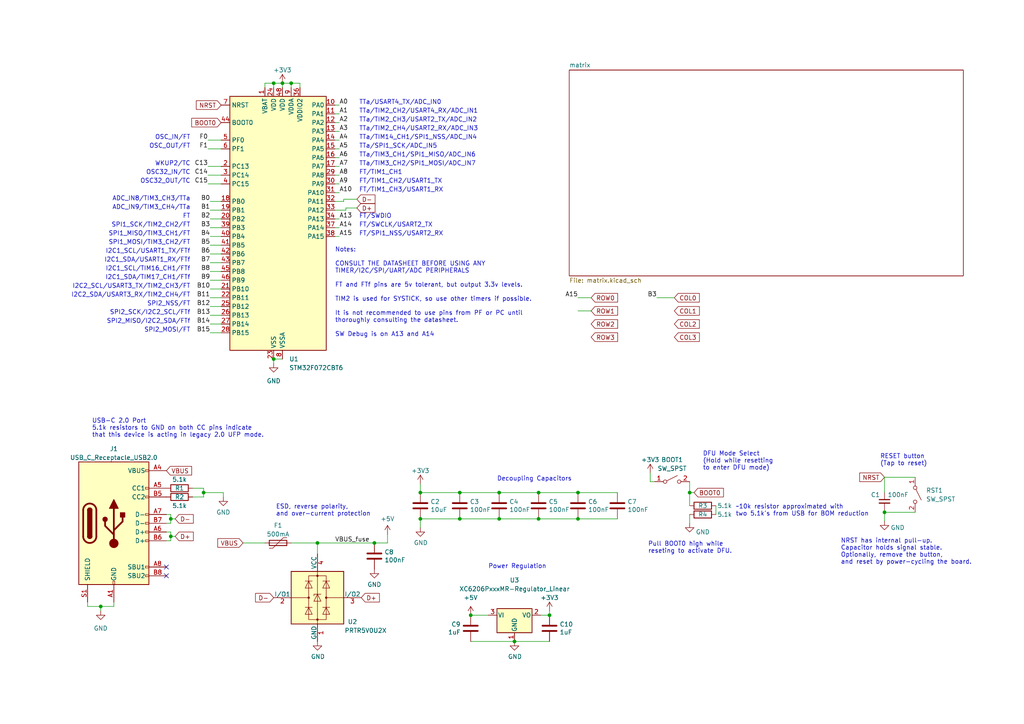
<source format=kicad_sch>
(kicad_sch (version 20250114) (generator "eeschema") (generator_version "9.0")
  (paper "A4")
  (lib_symbols
    (symbol "+5V_1" (power) (pin_names (offset 0))
      (property "Value" "+5V_1" (at 0 3.556 0))
      (symbol "+5V_1_0_1"
        (polyline (pts (xy -0.762 1.27) (xy 0 2.54)))
        (polyline (pts (xy 0 2.54) (xy 0.762 1.27)))
        (polyline (pts (xy 0 0) (xy 0 2.54)))
      )
      (symbol "+5V_1_1_1"
        (pin power_in line (at 0 0 90) (length 0) (hide yes) (name "+5V") (number "1"))
      )
    )
    (symbol "Connector:USB_C_Receptacle_USB2.0" (pin_names (offset 1.016))
      (property "Reference" "J" (at -10.16 19.05 0))
      (property "Value" "USB_C_Receptacle_USB2.0" (at 19.05 19.05 0))
      (symbol "USB_C_Receptacle_USB2.0_0_0"
        (rectangle (start -0.254 -17.78) (end 0.254 -16.764))
        (rectangle (start 10.16 15.494) (end 9.144 14.986))
        (rectangle (start 10.16 10.414) (end 9.144 9.906))
        (rectangle (start 10.16 7.874) (end 9.144 7.366))
        (rectangle (start 10.16 2.794) (end 9.144 2.286))
        (rectangle (start 10.16 0.254) (end 9.144 -0.254))
        (rectangle (start 10.16 -2.286) (end 9.144 -2.794))
        (rectangle (start 10.16 -4.826) (end 9.144 -5.334))
        (rectangle (start 10.16 -12.446) (end 9.144 -12.954))
        (rectangle (start 10.16 -14.986) (end 9.144 -15.494))
      )
      (symbol "USB_C_Receptacle_USB2.0_0_1"
        (rectangle (start -10.16 17.78) (end 10.16 -17.78) (stroke (width 0.254)) (fill (type background)))
        (polyline (pts (xy -8.89 -3.81) (xy -8.89 3.81)) (stroke (width 0.508)))
        (rectangle (start -7.62 -3.81) (end -6.35 3.81) (stroke (width 0.254)) (fill (type outline)))
        (arc (start -7.62 3.81) (mid -6.985 4.4423) (end -6.35 3.81) (stroke (width 0.254)))
        (arc (start -7.62 3.81) (mid -6.985 4.4423) (end -6.35 3.81) (stroke (width 0.254)) (fill (type outline)))
        (arc (start -8.89 3.81) (mid -6.985 5.7067) (end -5.08 3.81) (stroke (width 0.508)))
        (arc (start -5.08 -3.81) (mid -6.985 -5.7067) (end -8.89 -3.81) (stroke (width 0.508)))
        (arc (start -6.35 -3.81) (mid -6.985 -4.4423) (end -7.62 -3.81) (stroke (width 0.254)))
        (arc (start -6.35 -3.81) (mid -6.985 -4.4423) (end -7.62 -3.81) (stroke (width 0.254)) (fill (type outline)))
        (polyline (pts (xy -5.08 3.81) (xy -5.08 -3.81)) (stroke (width 0.508)))
        (circle (center -2.54 1.143) (radius 0.635) (stroke (width 0.254)) (fill (type outline)))
        (polyline (pts (xy -1.27 4.318) (xy 0 6.858) (xy 1.27 4.318) (xy -1.27 4.318)) (stroke (width 0.254)) (fill (type outline)))
        (polyline (pts (xy 0 -2.032) (xy 2.54 0.508) (xy 2.54 1.778)) (stroke (width 0.508)))
        (polyline (pts (xy 0 -3.302) (xy -2.54 -0.762) (xy -2.54 0.508)) (stroke (width 0.508)))
        (polyline (pts (xy 0 -5.842) (xy 0 4.318)) (stroke (width 0.508)))
        (circle (center 0 -5.842) (radius 1.27) (fill (type outline)))
        (rectangle (start 1.905 1.778) (end 3.175 3.048) (stroke (width 0.254)) (fill (type outline)))
      )
      (symbol "USB_C_Receptacle_USB2.0_1_1"
        (pin passive line (at -7.62 -22.86 90) (length 5.08) (name "SHIELD") (number "S1"))
        (pin passive line (at 0 -22.86 90) (length 5.08) (name "GND") (number "A1"))
        (pin passive line (at 0 -22.86 90) (length 5.08) (hide yes) (name "GND") (number "A12"))
        (pin passive line (at 0 -22.86 90) (length 5.08) (hide yes) (name "GND") (number "B1"))
        (pin passive line (at 0 -22.86 90) (length 5.08) (hide yes) (name "GND") (number "B12"))
        (pin passive line (at 15.24 15.24 180) (length 5.08) (name "VBUS") (number "A4"))
        (pin passive line (at 15.24 15.24 180) (length 5.08) (hide yes) (name "VBUS") (number "A9"))
        (pin passive line (at 15.24 15.24 180) (length 5.08) (hide yes) (name "VBUS") (number "B4"))
        (pin passive line (at 15.24 15.24 180) (length 5.08) (hide yes) (name "VBUS") (number "B9"))
        (pin bidirectional line (at 15.24 10.16 180) (length 5.08) (name "CC1") (number "A5"))
        (pin bidirectional line (at 15.24 7.62 180) (length 5.08) (name "CC2") (number "B5"))
        (pin bidirectional line (at 15.24 2.54 180) (length 5.08) (name "D-") (number "A7"))
        (pin bidirectional line (at 15.24 0 180) (length 5.08) (name "D-") (number "B7"))
        (pin bidirectional line (at 15.24 -2.54 180) (length 5.08) (name "D+") (number "A6"))
        (pin bidirectional line (at 15.24 -5.08 180) (length 5.08) (name "D+") (number "B6"))
        (pin bidirectional line (at 15.24 -12.7 180) (length 5.08) (name "SBU1") (number "A8"))
        (pin bidirectional line (at 15.24 -15.24 180) (length 5.08) (name "SBU2") (number "B8"))
      )
    )
    (symbol "Device:C" (pin_numbers (hide yes)) (pin_names (offset 0.254))
      (property "Reference" "C" (at 0.635 2.54 0))
      (property "Value" "C" (at 0.635 -2.54 0))
      (symbol "C_0_1"
        (polyline (pts (xy -2.032 0.762) (xy 2.032 0.762)) (stroke (width 0.508)))
        (polyline (pts (xy -2.032 -0.762) (xy 2.032 -0.762)) (stroke (width 0.508)))
      )
      (symbol "C_1_1"
        (pin passive line (at 0 3.81 270) (length 2.794) (name "~") (number "1"))
        (pin passive line (at 0 -3.81 90) (length 2.794) (name "~") (number "2"))
      )
    )
    (symbol "Device:C_Small" (pin_numbers (hide yes)) (pin_names (offset 0.254) (hide yes))
      (property "Reference" "C" (at 0.254 1.778 0))
      (property "Value" "C_Small" (at 0.254 -2.032 0))
      (symbol "C_Small_0_1"
        (polyline (pts (xy -1.524 0.508) (xy 1.524 0.508)) (stroke (width 0.3048)))
        (polyline (pts (xy -1.524 -0.508) (xy 1.524 -0.508)) (stroke (width 0.3302)))
      )
      (symbol "C_Small_1_1"
        (pin passive line (at 0 2.54 270) (length 2.032) (name "~") (number "1"))
        (pin passive line (at 0 -2.54 90) (length 2.032) (name "~") (number "2"))
      )
    )
    (symbol "Device:Polyfuse" (pin_numbers (hide yes)) (pin_names (offset 0))
      (property "Reference" "F" (at -2.54 0 90))
      (property "Value" "Polyfuse" (at 2.54 0 90))
      (symbol "Polyfuse_0_1"
        (polyline (pts (xy -1.524 2.54) (xy -1.524 1.524) (xy 1.524 -1.524) (xy 1.524 -2.54)))
        (rectangle (start -0.762 2.54) (end 0.762 -2.54) (stroke (width 0.254)))
        (polyline (pts (xy 0 2.54) (xy 0 -2.54)))
      )
      (symbol "Polyfuse_1_1"
        (pin passive line (at 0 3.81 270) (length 1.27) (name "~") (number "1"))
        (pin passive line (at 0 -3.81 90) (length 1.27) (name "~") (number "2"))
      )
    )
    (symbol "Device:R" (pin_numbers (hide yes)) (pin_names (offset 0))
      (property "Reference" "R" (at 2.032 0 90))
      (property "Value" "R" (at 0 0 90))
      (symbol "R_0_1"
        (rectangle (start -1.016 -2.54) (end 1.016 2.54) (stroke (width 0.254)))
      )
      (symbol "R_1_1"
        (pin passive line (at 0 3.81 270) (length 1.27) (name "~") (number "1"))
        (pin passive line (at 0 -3.81 90) (length 1.27) (name "~") (number "2"))
      )
    )
    (symbol "MCU_ST_STM32F0:STM32F072CBTx"
      (property "Reference" "U" (at -12.7 39.37 0))
      (property "Value" "STM32F072CBTx" (at 10.16 39.37 0))
      (symbol "STM32F072CBTx_0_1"
        (rectangle (start -12.7 -35.56) (end 15.24 38.1) (stroke (width 0.254)) (fill (type background)))
      )
      (symbol "STM32F072CBTx_1_1"
        (pin input line (at -15.24 35.56 0) (length 2.54) (name "NRST") (number "7"))
        (pin input line (at -15.24 30.48 0) (length 2.54) (name "BOOT0") (number "44"))
        (pin bidirectional line (at -15.24 25.4 0) (length 2.54) (name "PF0") (number "5"))
        (pin bidirectional line (at -15.24 22.86 0) (length 2.54) (name "PF1") (number "6"))
        (pin bidirectional line (at -15.24 17.78 0) (length 2.54) (name "PC13") (number "2"))
        (pin bidirectional line (at -15.24 15.24 0) (length 2.54) (name "PC14") (number "3"))
        (pin bidirectional line (at -15.24 12.7 0) (length 2.54) (name "PC15") (number "4"))
        (pin bidirectional line (at -15.24 7.62 0) (length 2.54) (name "PB0") (number "18"))
        (pin bidirectional line (at -15.24 5.08 0) (length 2.54) (name "PB1") (number "19"))
        (pin bidirectional line (at -15.24 2.54 0) (length 2.54) (name "PB2") (number "20"))
        (pin bidirectional line (at -15.24 0 0) (length 2.54) (name "PB3") (number "39"))
        (pin bidirectional line (at -15.24 -2.54 0) (length 2.54) (name "PB4") (number "40"))
        (pin bidirectional line (at -15.24 -5.08 0) (length 2.54) (name "PB5") (number "41"))
        (pin bidirectional line (at -15.24 -7.62 0) (length 2.54) (name "PB6") (number "42"))
        (pin bidirectional line (at -15.24 -10.16 0) (length 2.54) (name "PB7") (number "43"))
        (pin bidirectional line (at -15.24 -12.7 0) (length 2.54) (name "PB8") (number "45"))
        (pin bidirectional line (at -15.24 -15.24 0) (length 2.54) (name "PB9") (number "46"))
        (pin bidirectional line (at -15.24 -17.78 0) (length 2.54) (name "PB10") (number "21"))
        (pin bidirectional line (at -15.24 -20.32 0) (length 2.54) (name "PB11") (number "22"))
        (pin bidirectional line (at -15.24 -22.86 0) (length 2.54) (name "PB12") (number "25"))
        (pin bidirectional line (at -15.24 -25.4 0) (length 2.54) (name "PB13") (number "26"))
        (pin bidirectional line (at -15.24 -27.94 0) (length 2.54) (name "PB14") (number "27"))
        (pin bidirectional line (at -15.24 -30.48 0) (length 2.54) (name "PB15") (number "28"))
        (pin power_in line (at -2.54 40.64 270) (length 2.54) (name "VBAT") (number "1"))
        (pin power_in line (at 0 40.64 270) (length 2.54) (name "VDD") (number "24"))
        (pin power_in line (at 0 -38.1 90) (length 2.54) (name "VSS") (number "23"))
        (pin passive line (at 0 -38.1 90) (length 2.54) (hide yes) (name "VSS") (number "35"))
        (pin passive line (at 0 -38.1 90) (length 2.54) (hide yes) (name "VSS") (number "47"))
        (pin power_in line (at 2.54 40.64 270) (length 2.54) (name "VDD") (number "48"))
        (pin power_in line (at 2.54 -38.1 90) (length 2.54) (name "VSSA") (number "8"))
        (pin power_in line (at 5.08 40.64 270) (length 2.54) (name "VDDA") (number "9"))
        (pin power_in line (at 7.62 40.64 270) (length 2.54) (name "VDDIO2") (number "36"))
        (pin bidirectional line (at 17.78 35.56 180) (length 2.54) (name "PA0") (number "10"))
        (pin bidirectional line (at 17.78 33.02 180) (length 2.54) (name "PA1") (number "11"))
        (pin bidirectional line (at 17.78 30.48 180) (length 2.54) (name "PA2") (number "12"))
        (pin bidirectional line (at 17.78 27.94 180) (length 2.54) (name "PA3") (number "13"))
        (pin bidirectional line (at 17.78 25.4 180) (length 2.54) (name "PA4") (number "14"))
        (pin bidirectional line (at 17.78 22.86 180) (length 2.54) (name "PA5") (number "15"))
        (pin bidirectional line (at 17.78 20.32 180) (length 2.54) (name "PA6") (number "16"))
        (pin bidirectional line (at 17.78 17.78 180) (length 2.54) (name "PA7") (number "17"))
        (pin bidirectional line (at 17.78 15.24 180) (length 2.54) (name "PA8") (number "29"))
        (pin bidirectional line (at 17.78 12.7 180) (length 2.54) (name "PA9") (number "30"))
        (pin bidirectional line (at 17.78 10.16 180) (length 2.54) (name "PA10") (number "31"))
        (pin bidirectional line (at 17.78 7.62 180) (length 2.54) (name "PA11") (number "32"))
        (pin bidirectional line (at 17.78 5.08 180) (length 2.54) (name "PA12") (number "33"))
        (pin bidirectional line (at 17.78 2.54 180) (length 2.54) (name "PA13") (number "34"))
        (pin bidirectional line (at 17.78 0 180) (length 2.54) (name "PA14") (number "37"))
        (pin bidirectional line (at 17.78 -2.54 180) (length 2.54) (name "PA15") (number "38"))
      )
    )
    (symbol "Power_Protection:PRTR5V0U2X" (pin_names (offset 0))
      (property "Reference" "D" (at 2.794 8.636 0))
      (property "Value" "PRTR5V0U2X" (at 8.128 -9.398 0))
      (symbol "PRTR5V0U2X_0_1"
        (rectangle (start -7.62 -7.62) (end 7.62 7.62) (stroke (width 0.254)) (fill (type background)))
        (polyline (pts (xy -3.556 2.794) (xy -1.524 2.794) (xy -2.54 4.826) (xy -3.556 2.794)))
        (polyline (pts (xy -3.556 -4.826) (xy -1.524 -4.826) (xy -2.54 -2.794) (xy -3.556 -4.826)))
        (rectangle (start -2.54 6.35) (end 2.54 -6.35))
        (circle (center -2.54 0) (radius 0.254) (fill (type outline)))
        (polyline (pts (xy -2.54 0) (xy -7.62 0)))
        (polyline (pts (xy -1.524 4.826) (xy -3.556 4.826)))
        (polyline (pts (xy -1.524 -2.794) (xy -3.556 -2.794)))
        (polyline (pts (xy -1.016 -1.016) (xy 1.016 -1.016) (xy 0 1.016) (xy -1.016 -1.016)))
        (circle (center 0 6.35) (radius 0.254) (fill (type outline)))
        (circle (center 0 -6.35) (radius 0.254) (fill (type outline)))
        (polyline (pts (xy 0 -7.62) (xy 0 7.62)))
        (polyline (pts (xy 1.016 1.016) (xy -1.016 1.016) (xy -1.016 0.508)))
        (polyline (pts (xy 1.524 4.826) (xy 3.556 4.826)))
        (polyline (pts (xy 1.524 -2.794) (xy 3.556 -2.794)))
        (polyline (pts (xy 2.54 0) (xy 7.62 0)))
        (circle (center 2.54 0) (radius 0.254) (fill (type outline)))
        (polyline (pts (xy 3.556 2.794) (xy 1.524 2.794) (xy 2.54 4.826) (xy 3.556 2.794)))
        (polyline (pts (xy 3.556 -4.826) (xy 1.524 -4.826) (xy 2.54 -2.794) (xy 3.556 -4.826)))
      )
      (symbol "PRTR5V0U2X_1_1"
        (pin passive line (at -12.7 0 0) (length 5.08) (name "I/O1") (number "2"))
        (pin passive line (at 0 12.7 270) (length 5.08) (name "VCC") (number "4"))
        (pin passive line (at 0 -12.7 90) (length 5.08) (name "GND") (number "1"))
        (pin passive line (at 12.7 0 180) (length 5.08) (name "I/O2") (number "3"))
      )
    )
    (symbol "Switch:SW_SPST" (pin_names (offset 0) (hide yes))
      (property "Reference" "SW" (at 0 3.175 0))
      (property "Value" "SW_SPST" (at 0 -2.54 0))
      (symbol "SW_SPST_0_0"
        (circle (center -2.032 0) (radius 0.508))
        (polyline (pts (xy -1.524 0.254) (xy 1.524 1.778)))
        (circle (center 2.032 0) (radius 0.508))
      )
      (symbol "SW_SPST_1_1"
        (pin passive line (at -5.08 0 0) (length 2.54) (name "A") (number "1"))
        (pin passive line (at 5.08 0 180) (length 2.54) (name "B") (number "2"))
      )
    )
    (symbol "kicad-keyboard-parts:XC6206PxxxMR-Regulator_Linear" (pin_names (offset 0.254))
      (property "Reference" "U" (at -3.81 3.175 0))
      (property "Value" "XC6206PxxxMR-Regulator_Linear" (at 0 3.175 0))
      (property "LCSC" "C5446" (at 0 0 0))
      (symbol "XC6206PxxxMR-Regulator_Linear_0_1"
        (rectangle (start -5.08 1.905) (end 5.08 -5.08) (stroke (width 0.254)) (fill (type background)))
      )
      (symbol "XC6206PxxxMR-Regulator_Linear_1_1"
        (pin power_in line (at -7.62 0 0) (length 2.54) (name "VI") (number "3"))
        (pin power_in line (at 0 -7.62 90) (length 2.54) (name "GND") (number "1"))
        (pin power_out line (at 7.62 0 180) (length 2.54) (name "VO") (number "2"))
      )
    )
    (symbol "power:+3V3" (power) (pin_names (offset 0))
      (property "Value" "+3V3" (at 0 3.556 0))
      (symbol "+3V3_0_1"
        (polyline (pts (xy -0.762 1.27) (xy 0 2.54)))
        (polyline (pts (xy 0 2.54) (xy 0.762 1.27)))
        (polyline (pts (xy 0 0) (xy 0 2.54)))
      )
      (symbol "+3V3_1_1"
        (pin power_in line (at 0 0 90) (length 0) (hide yes) (name "+3V3") (number "1"))
      )
    )
    (symbol "power:+5V" (power) (pin_names (offset 0))
      (property "Value" "+5V" (at 0 3.556 0))
      (symbol "+5V_0_1"
        (polyline (pts (xy -0.762 1.27) (xy 0 2.54)))
        (polyline (pts (xy 0 2.54) (xy 0.762 1.27)))
        (polyline (pts (xy 0 0) (xy 0 2.54)))
      )
      (symbol "+5V_1_1"
        (pin power_in line (at 0 0 90) (length 0) (hide yes) (name "+5V") (number "1"))
      )
    )
    (symbol "power:GND" (power) (pin_names (offset 0))
      (property "Value" "GND" (at 0 -3.81 0))
      (symbol "GND_0_1"
        (polyline (pts (xy 0 0) (xy 0 -1.27) (xy 1.27 -1.27) (xy 0 -2.54) (xy -1.27 -1.27) (xy 0 -1.27)))
      )
      (symbol "GND_1_1"
        (pin power_in line (at 0 0 270) (length 0) (hide yes) (name "GND") (number "1"))
      )
    )
  )
  (text "SPI1_SCK/TIM2_CH2/FT" (at 55.245 66.04 0) (effects (font (size 1.27 1.27)) (justify right bottom)))
  (text "FT/TIM1_CH1" (at 104.14 50.8 0) (effects (font (size 1.27 1.27)) (justify left bottom)))
  (text "FT/TIM1_CH3/USART1_RX" (at 104.14 55.88 0) (effects (font (size 1.27 1.27)) (justify left bottom)))
  (text "SPI2_NSS/FT" (at 55.245 88.9 0) (effects (font (size 1.27 1.27)) (justify right bottom)))
  (text "Notes:\n\nCONSULT THE DATASHEET BEFORE USING ANY \nTIMER/I2C/SPI/UART/ADC PERIPHERALS\n\nFT and FTf pins are 5v tolerant, but output 3.3v levels.\n\nTIM2 is used for SYSTICK, so use other timers if possible.\n\nIt is not recommended to use pins from PF or PC until\nthoroughly consulting the datasheet.\n\nSW Debug is on A13 and A14" (at 97.155 97.79 0) (effects (font (size 1.27 1.27)) (justify left bottom)))
  (text "TTa/TIM2_CH4/USART2_RX/ADC_IN3" (at 104.14 38.1 0) (effects (font (size 1.27 1.27)) (justify left bottom)))
  (text "NRST has internal pull-up.\nCapacitor holds signal stable.\nOptionally, remove the button,\nand reset by power-cycling the board." (at 243.84 163.83 0) (effects (font (size 1.27 1.27)) (justify left bottom)))
  (text "FT/SWDIO" (at 104.14 63.5 0) (effects (font (size 1.27 1.27)) (justify left bottom)))
  (text "Decoupling Capacitors" (at 144.145 139.7 0) (effects (font (size 1.27 1.27)) (justify left bottom)))
  (text "SPI1_MOSI/TIM3_CH2/FT" (at 55.245 71.12 0) (effects (font (size 1.27 1.27)) (justify right bottom)))
  (text "ADC_IN9/TIM3_CH4/TTa" (at 55.245 60.96 0) (effects (font (size 1.27 1.27)) (justify right bottom)))
  (text "I2C2_SCL/USART3_TX/TIM2_CH3/FT" (at 55.245 83.82 0) (effects (font (size 1.27 1.27)) (justify right bottom)))
  (text "SPI2_MISO/I2C2_SDA/FTf" (at 55.245 93.98 0) (effects (font (size 1.27 1.27)) (justify right bottom)))
  (text "FT/SWCLK/USART2_TX" (at 104.14 66.04 0) (effects (font (size 1.27 1.27)) (justify left bottom)))
  (text "I2C1_SCL/TIM16_CH1/FTf" (at 55.245 78.74 0) (effects (font (size 1.27 1.27)) (justify right bottom)))
  (text "~10k resistor approximated with\ntwo 5.1k's from USB for BOM reduction" (at 213.36 149.86 0) (effects (font (size 1.27 1.27)) (justify left bottom)))
  (text "TTa/TIM2_CH2/USART4_RX/ADC_IN1" (at 104.14 33.02 0) (effects (font (size 1.27 1.27)) (justify left bottom)))
  (text "USB-C 2.0 Port\n5.1k resistors to GND on both CC pins indicate\nthat this device is acting in legacy 2.0 UFP mode." (at 26.67 127 0) (effects (font (size 1.27 1.27)) (justify left bottom)))
  (text "TTa/TIM2_CH3/USART2_TX/ADC_IN2" (at 104.14 35.56 0) (effects (font (size 1.27 1.27)) (justify left bottom)))
  (text "OSC_IN/FT" (at 55.245 40.64 0) (effects (font (size 1.27 1.27)) (justify right bottom)))
  (text "DFU Mode Select\n(Hold while resetting\nto enter DFU mode)" (at 203.835 136.525 0) (effects (font (size 1.27 1.27)) (justify left bottom)))
  (text "WKUP2/TC" (at 55.245 48.26 0) (effects (font (size 1.27 1.27)) (justify right bottom)))
  (text "I2C2_SDA/USART3_RX/TIM2_CH4/FT" (at 55.245 86.36 0) (effects (font (size 1.27 1.27)) (justify right bottom)))
  (text "ADC_IN8/TIM3_CH3/TTa" (at 55.245 58.42 0) (effects (font (size 1.27 1.27)) (justify right bottom)))
  (text "RESET button\n(Tap to reset)" (at 255.27 135.255 0) (effects (font (size 1.27 1.27)) (justify left bottom)))
  (text "Pull BOOT0 high while \nreseting to activate DFU." (at 187.96 160.655 0) (effects (font (size 1.27 1.27)) (justify left bottom)))
  (text "I2C1_SDA/TIM17_CH1/FTf" (at 55.245 81.28 0) (effects (font (size 1.27 1.27)) (justify right bottom)))
  (text "TTa/SPI1_SCK/ADC_IN5" (at 104.14 43.18 0) (effects (font (size 1.27 1.27)) (justify left bottom)))
  (text "TTa/TIM3_CH1/SPI1_MISO/ADC_IN6" (at 104.14 45.72 0) (effects (font (size 1.27 1.27)) (justify left bottom)))
  (text "TTa/TIM3_CH2/SPI1_MOSI/ADC_IN7" (at 104.14 48.26 0) (effects (font (size 1.27 1.27)) (justify left bottom)))
  (text "OSC32_OUT/TC" (at 55.245 53.34 0) (effects (font (size 1.27 1.27)) (justify right bottom)))
  (text "FT/SPI1_NSS/USART2_RX" (at 104.14 68.58 0) (effects (font (size 1.27 1.27)) (justify left bottom)))
  (text "SPI1_MISO/TIM3_CH1/FT" (at 55.245 68.58 0) (effects (font (size 1.27 1.27)) (justify right bottom)))
  (text "OSC32_IN/TC" (at 55.245 50.8 0) (effects (font (size 1.27 1.27)) (justify right bottom)))
  (text "TTa/TIM14_CH1/SPI1_NSS/ADC_IN4" (at 104.14 40.64 0) (effects (font (size 1.27 1.27)) (justify left bottom)))
  (text "I2C1_SDA/USART1_RX/FTf" (at 55.245 76.2 0) (effects (font (size 1.27 1.27)) (justify right bottom)))
  (text "SPI2_MOSI/FT" (at 55.245 96.52 0) (effects (font (size 1.27 1.27)) (justify right bottom)))
  (text "FT/TIM1_CH2/USART1_TX" (at 104.14 53.34 0) (effects (font (size 1.27 1.27)) (justify left bottom)))
  (text "Power Regulation" (at 141.605 165.1 0) (effects (font (size 1.27 1.27)) (justify left bottom)))
  (text "SPI2_SCK/I2C2_SCL/FTf" (at 55.245 91.44 0) (effects (font (size 1.27 1.27)) (justify right bottom)))
  (text "OSC_OUT/FT" (at 55.245 43.18 0) (effects (font (size 1.27 1.27)) (justify right bottom)))
  (text "ESD, reverse polarity,\nand over-current protection" (at 80.01 149.86 0) (effects (font (size 1.27 1.27)) (justify left bottom)))
  (text "FT" (at 55.245 63.5 0) (effects (font (size 1.27 1.27)) (justify right bottom)))
  (text "TTa/USART4_TX/ADC_IN0" (at 104.14 30.48 0) (effects (font (size 1.27 1.27)) (justify left bottom)))
  (text "I2C1_SCL/USART1_TX/FTf" (at 55.245 73.66 0) (effects (font (size 1.27 1.27)) (justify right bottom)))
  (junction (at 200.025 142.875))
  (junction (at 81.915 24.13))
  (junction (at 159.385 178.435))
  (junction (at 59.055 142.875))
  (junction (at 79.375 24.13))
  (junction (at 156.21 150.495))
  (junction (at 136.525 178.435))
  (junction (at 156.21 142.875))
  (junction (at 121.92 150.495))
  (junction (at 149.225 186.055) (diameter 0.9144))
  (junction (at 256.54 148.59))
  (junction (at 121.92 142.875))
  (junction (at 79.375 104.14))
  (junction (at 144.78 150.495))
  (junction (at 133.35 150.495))
  (junction (at 167.64 150.495))
  (junction (at 167.64 142.875))
  (junction (at 92.075 157.48))
  (junction (at 144.78 142.875))
  (junction (at 108.585 157.48))
  (junction (at 49.53 155.575))
  (junction (at 29.21 175.895))
  (junction (at 49.53 150.495))
  (junction (at 133.35 142.875))
  (junction (at 84.455 24.13))
  (no_connect (at 48.26 167.005))
  (no_connect (at 48.26 164.465))
  (wire (pts (xy 167.64 150.495) (xy 179.07 150.495)))
  (wire (pts (xy 48.26 156.845) (xy 49.53 156.845)))
  (wire (pts (xy 60.96 76.2) (xy 64.135 76.2)))
  (wire (pts (xy 98.425 40.64) (xy 97.155 40.64)))
  (wire (pts (xy 29.21 175.895) (xy 33.02 175.895)))
  (wire (pts (xy 60.96 60.96) (xy 64.135 60.96)))
  (wire (pts (xy 86.995 24.13) (xy 86.995 25.4)))
  (wire (pts (xy 48.26 149.225) (xy 49.53 149.225)))
  (wire (pts (xy 98.425 53.34) (xy 97.155 53.34)))
  (wire (pts (xy 59.055 144.145) (xy 59.055 142.875)))
  (wire (pts (xy 144.78 150.495) (xy 133.35 150.495)))
  (wire (pts (xy 55.88 144.145) (xy 59.055 144.145)))
  (wire (pts (xy 98.425 48.26) (xy 97.155 48.26)))
  (wire (pts (xy 49.53 150.495) (xy 49.53 151.765)))
  (wire (pts (xy 59.055 142.875) (xy 59.055 141.605)))
  (wire (pts (xy 189.865 139.7) (xy 188.595 139.7)))
  (wire (pts (xy 29.21 177.165) (xy 29.21 175.895)))
  (wire (pts (xy 84.455 24.13) (xy 84.455 25.4)))
  (wire (pts (xy 98.425 35.56) (xy 97.155 35.56)))
  (wire (pts (xy 59.055 142.875) (xy 64.77 142.875)))
  (wire (pts (xy 144.78 142.875) (xy 133.35 142.875)))
  (wire (pts (xy 60.96 63.5) (xy 64.135 63.5)))
  (wire (pts (xy 84.455 24.13) (xy 86.995 24.13)))
  (wire (pts (xy 200.025 142.875) (xy 201.295 142.875)))
  (wire (pts (xy 60.96 78.74) (xy 64.135 78.74)))
  (wire (pts (xy 79.375 24.13) (xy 79.375 25.4)))
  (wire (pts (xy 55.88 141.605) (xy 59.055 141.605)))
  (wire (pts (xy 149.225 186.055) (xy 159.385 186.055)))
  (wire (pts (xy 60.96 93.98) (xy 64.135 93.98)))
  (wire (pts (xy 79.375 105.41) (xy 79.375 104.14)))
  (wire (pts (xy 60.96 83.82) (xy 64.135 83.82)))
  (wire (pts (xy 98.425 38.1) (xy 97.155 38.1)))
  (wire (pts (xy 256.54 151.13) (xy 256.54 148.59)))
  (wire (pts (xy 60.96 73.66) (xy 64.135 73.66)))
  (wire (pts (xy 136.525 178.435) (xy 141.605 178.435)))
  (wire (pts (xy 207.645 146.685) (xy 207.645 149.225)))
  (wire (pts (xy 156.21 142.875) (xy 167.64 142.875)))
  (wire (pts (xy 98.425 63.5) (xy 97.155 63.5)))
  (wire (pts (xy 60.96 71.12) (xy 64.135 71.12)))
  (wire (pts (xy 108.585 157.48) (xy 112.395 157.48)))
  (wire (pts (xy 188.595 139.7) (xy 188.595 137.16)))
  (wire (pts (xy 100.33 60.325) (xy 100.33 60.96)))
  (wire (pts (xy 60.96 66.04) (xy 64.135 66.04)))
  (wire (pts (xy 76.835 24.13) (xy 76.835 25.4)))
  (wire (pts (xy 98.425 43.18) (xy 97.155 43.18)))
  (wire (pts (xy 60.96 91.44) (xy 64.135 91.44)))
  (wire (pts (xy 167.64 86.36) (xy 171.45 86.36)))
  (wire (pts (xy 256.54 138.43) (xy 265.43 138.43)))
  (wire (pts (xy 156.845 178.435) (xy 159.385 178.435)))
  (wire (pts (xy 144.78 142.875) (xy 156.21 142.875)))
  (wire (pts (xy 98.425 45.72) (xy 97.155 45.72)))
  (wire (pts (xy 200.025 139.7) (xy 200.025 142.875)))
  (wire (pts (xy 84.455 24.13) (xy 81.915 24.13)))
  (wire (pts (xy 60.96 58.42) (xy 64.135 58.42)))
  (wire (pts (xy 256.54 138.43) (xy 256.54 142.875)))
  (wire (pts (xy 98.425 55.88) (xy 97.155 55.88)))
  (wire (pts (xy 60.96 86.36) (xy 64.135 86.36)))
  (wire (pts (xy 70.485 157.48) (xy 76.835 157.48)))
  (wire (pts (xy 100.33 60.96) (xy 97.155 60.96)))
  (wire (pts (xy 121.92 153.035) (xy 121.92 150.495)))
  (wire (pts (xy 49.53 156.845) (xy 49.53 155.575)))
  (wire (pts (xy 60.325 48.26) (xy 64.135 48.26)))
  (wire (pts (xy 60.325 50.8) (xy 64.135 50.8)))
  (wire (pts (xy 48.26 154.305) (xy 49.53 154.305)))
  (wire (pts (xy 84.455 157.48) (xy 92.075 157.48)))
  (wire (pts (xy 79.375 104.14) (xy 81.915 104.14)))
  (wire (pts (xy 167.64 142.875) (xy 179.07 142.875)))
  (wire (pts (xy 121.92 140.335) (xy 121.92 142.875)))
  (wire (pts (xy 60.96 96.52) (xy 64.135 96.52)))
  (wire (pts (xy 256.54 148.59) (xy 256.54 147.955)))
  (wire (pts (xy 49.53 150.495) (xy 50.8 150.495)))
  (wire (pts (xy 79.375 24.13) (xy 81.915 24.13)))
  (wire (pts (xy 256.54 148.59) (xy 265.43 148.59)))
  (wire (pts (xy 200.025 149.225) (xy 200.025 151.765)))
  (wire (pts (xy 60.325 40.64) (xy 64.135 40.64)))
  (wire (pts (xy 60.96 88.9) (xy 64.135 88.9)))
  (wire (pts (xy 60.96 81.28) (xy 64.135 81.28)))
  (wire (pts (xy 25.4 175.895) (xy 29.21 175.895)))
  (wire (pts (xy 112.395 154.94) (xy 112.395 157.48)))
  (wire (pts (xy 76.835 24.13) (xy 79.375 24.13)))
  (wire (pts (xy 190.5 86.36) (xy 195.58 86.36)))
  (wire (pts (xy 60.96 68.58) (xy 64.135 68.58)))
  (wire (pts (xy 200.025 142.875) (xy 200.025 146.685)))
  (wire (pts (xy 48.26 151.765) (xy 49.53 151.765)))
  (wire (pts (xy 99.695 57.785) (xy 99.695 58.42)))
  (wire (pts (xy 25.4 174.625) (xy 25.4 175.895)))
  (wire (pts (xy 103.505 60.325) (xy 100.33 60.325)))
  (wire (pts (xy 49.53 154.305) (xy 49.53 155.575)))
  (wire (pts (xy 98.425 50.8) (xy 97.155 50.8)))
  (wire (pts (xy 98.425 33.02) (xy 97.155 33.02)))
  (wire (pts (xy 98.425 66.04) (xy 97.155 66.04)))
  (wire (pts (xy 49.53 155.575) (xy 50.8 155.575)))
  (wire (pts (xy 133.35 150.495) (xy 121.92 150.495)))
  (wire (pts (xy 159.385 177.165) (xy 159.385 178.435)))
  (wire (pts (xy 64.77 142.875) (xy 64.77 144.145)))
  (wire (pts (xy 33.02 175.895) (xy 33.02 174.625)))
  (wire (pts (xy 167.64 90.17) (xy 171.45 90.17)))
  (wire (pts (xy 99.695 58.42) (xy 97.155 58.42)))
  (wire (pts (xy 92.075 157.48) (xy 92.075 160.655)))
  (wire (pts (xy 60.325 43.18) (xy 64.135 43.18)))
  (wire (pts (xy 103.505 57.785) (xy 99.695 57.785)))
  (wire (pts (xy 149.225 186.055) (xy 136.525 186.055)))
  (wire (pts (xy 92.075 157.48) (xy 108.585 157.48)))
  (wire (pts (xy 98.425 30.48) (xy 97.155 30.48)))
  (wire (pts (xy 98.425 68.58) (xy 97.155 68.58)))
  (wire (pts (xy 81.915 24.13) (xy 81.915 25.4)))
  (wire (pts (xy 133.35 142.875) (xy 121.92 142.875)))
  (wire (pts (xy 49.53 149.225) (xy 49.53 150.495)))
  (wire (pts (xy 144.78 150.495) (xy 156.21 150.495)))
  (wire (pts (xy 156.21 150.495) (xy 167.64 150.495)))
  (wire (pts (xy 60.325 53.34) (xy 64.135 53.34)))
  (label "A1" (at 98.425 33.02 0))
  (label "A3" (at 98.425 38.1 0))
  (label "A13" (at 98.425 63.5 0))
  (label "A10" (at 98.425 55.88 0))
  (label "B7" (at 60.96 76.2 180))
  (label "B13" (at 60.96 91.44 180))
  (label "A6" (at 98.425 45.72 0))
  (label "B1" (at 60.96 60.96 180))
  (label "B9" (at 60.96 81.28 180))
  (label "B5" (at 60.96 71.12 180))
  (label "B3" (at 190.5 86.36 180))
  (label "A15" (at 167.64 86.36 180))
  (label "B14" (at 60.96 93.98 180))
  (label "A8" (at 98.425 50.8 0))
  (label "B0" (at 60.96 58.42 180))
  (label "A9" (at 98.425 53.34 0))
  (label "VBUS_fuse" (at 97.155 157.48 0))
  (label "A2" (at 98.425 35.56 0))
  (label "B8" (at 60.96 78.74 180))
  (label "A4" (at 98.425 40.64 0))
  (label "B12" (at 60.96 88.9 180))
  (label "B4" (at 60.96 68.58 180))
  (label "C14" (at 60.325 50.8 180))
  (label "B6" (at 60.96 73.66 180))
  (label "B15" (at 60.96 96.52 180))
  (label "A14" (at 98.425 66.04 0))
  (label "B10" (at 60.96 83.82 180))
  (label "B11" (at 60.96 86.36 180))
  (label "C15" (at 60.325 53.34 180))
  (label "B3" (at 60.96 66.04 180))
  (label "A0" (at 98.425 30.48 0))
  (label "B2" (at 60.96 63.5 180))
  (label "F1" (at 60.325 43.18 180))
  (label "A5" (at 98.425 43.18 0))
  (label "A7" (at 98.425 48.26 0))
  (label "C13" (at 60.325 48.26 180))
  (label "F0" (at 60.325 40.64 180))
  (label "A15" (at 98.425 68.58 0))
  (global_label "COL3" (shape input) (at 195.58 97.79 0) (property "Intersheetrefs" "${INTERSHEET_REFS}" (effects (hide yes))))
  (global_label "COL1" (shape input) (at 195.58 90.17 0) (property "Intersheetrefs" "${INTERSHEET_REFS}" (effects (hide yes))))
  (global_label "VBUS" (shape input) (at 70.485 157.48 180) (property "Intersheetrefs" "${INTERSHEET_REFS}" (effects (hide yes))))
  (global_label "ROW2" (shape input) (at 171.45 93.98 0) (property "Intersheetrefs" "${INTERSHEET_REFS}" (effects (hide yes))))
  (global_label "D-" (shape input) (at 103.505 57.785 0) (property "Intersheetrefs" "${INTERSHEET_REFS}" (effects (hide yes))))
  (global_label "D-" (shape input) (at 79.375 173.355 180) (property "Intersheetrefs" "${INTERSHEET_REFS}" (effects (hide yes))))
  (global_label "COL0" (shape input) (at 195.58 86.36 0) (property "Intersheetrefs" "${INTERSHEET_REFS}" (effects (hide yes))))
  (global_label "BOOT0" (shape input) (at 64.135 35.56 180) (property "Intersheetrefs" "${INTERSHEET_REFS}" (effects (hide yes))))
  (global_label "D+" (shape input) (at 103.505 60.325 0) (property "Intersheetrefs" "${INTERSHEET_REFS}" (effects (hide yes))))
  (global_label "D+" (shape input) (at 104.775 173.355 0) (property "Intersheetrefs" "${INTERSHEET_REFS}" (effects (hide yes))))
  (global_label "D-" (shape input) (at 50.8 150.495 0) (property "Intersheetrefs" "${INTERSHEET_REFS}" (effects (hide yes))))
  (global_label "COL2" (shape input) (at 195.58 93.98 0) (property "Intersheetrefs" "${INTERSHEET_REFS}" (effects (hide yes))))
  (global_label "ROW0" (shape input) (at 171.45 86.36 0) (property "Intersheetrefs" "${INTERSHEET_REFS}" (effects (hide yes))))
  (global_label "ROW3" (shape input) (at 171.45 97.79 0) (property "Intersheetrefs" "${INTERSHEET_REFS}" (effects (hide yes))))
  (global_label "ROW1" (shape input) (at 171.45 90.17 0) (property "Intersheetrefs" "${INTERSHEET_REFS}" (effects (hide yes))))
  (global_label "NRST" (shape input) (at 256.54 138.43 180) (property "Intersheetrefs" "${INTERSHEET_REFS}" (effects (hide yes))))
  (global_label "NRST" (shape input) (at 64.135 30.48 180) (property "Intersheetrefs" "${INTERSHEET_REFS}" (effects (hide yes))))
  (global_label "BOOT0" (shape input) (at 201.295 142.875 0) (property "Intersheetrefs" "${INTERSHEET_REFS}" (effects (hide yes))))
  (global_label "D+" (shape input) (at 50.8 155.575 0) (property "Intersheetrefs" "${INTERSHEET_REFS}" (effects (hide yes))))
  (global_label "VBUS" (shape input) (at 48.26 136.525 0) (property "Intersheetrefs" "${INTERSHEET_REFS}" (effects (hide yes))))
  (symbol (lib_id "Connector:USB_C_Receptacle_USB2.0") (at 33.02 151.765 0) (unit 1)
    (property "Reference" "J1" (at 33.02 130.175 0))
    (property "Value" "USB_C_Receptacle_USB2.0" (at 33.02 132.715 0))
    (property "Footprint" "Connector_USB:USB_C_Receptacle_HRO_TYPE-C-31-M-12" (effects (hide yes)))
    (property "Datasheet" "https://www.usb.org/sites/default/files/documents/usb_type-c.zip" (effects (hide yes)))
    (property "JlcRotOffset" "180" (effects (hide yes)))
    (property "JlcPosOffset" "0,1.5" (effects (hide yes)))
  )
  (symbol (lib_id "power:+3V3") (at 81.915 24.13 0) (unit 1)
    (property "Reference" "#PWR01" (effects (hide yes)))
    (property "Value" "+3V3" (at 81.915 20.32 0))
  )
  (symbol (lib_id "Device:R") (at 203.835 146.685 90) (unit 1)
    (property "Reference" "R3" (at 203.835 146.685 90))
    (property "Value" "5.1k" (at 210.185 146.685 90))
    (property "Footprint" "Resistor_SMD:R_0402_1005Metric" (effects (hide yes)))
  )
  (symbol (lib_id "Device:C") (at 108.585 161.29 0) (unit 1)
    (property "Reference" "C8" (at 111.506 160.1216 0) (effects (justify left)))
    (property "Value" "100nF" (at 111.506 162.433 0) (effects (justify left)))
    (property "Footprint" "Capacitor_SMD:C_0402_1005Metric" (effects (hide yes)))
    (property "LCSC" "C307331" (effects (hide yes)))
  )
  (symbol (lib_id "Device:Polyfuse") (at 80.645 157.48 90) (unit 1)
    (property "Reference" "F1" (at 80.645 152.4 90))
    (property "Value" "500mA" (at 80.645 154.94 90))
    (property "Footprint" "Fuse:Fuse_1206_3216Metric" (effects (hide yes)))
    (property "LCSC" "C135341" (effects (hide yes)))
  )
  (symbol (lib_id "power:GND") (at 79.375 105.41 0) (unit 1)
    (property "Reference" "#PWR02" (effects (hide yes)))
    (property "Value" "GND" (at 79.375 110.49 0))
  )
  (symbol (lib_id "power:GND") (at 64.77 144.145 0) (unit 1)
    (property "Reference" "#PWR05" (effects (hide yes)))
    (property "Value" "GND" (at 64.77 148.59 0))
  )
  (symbol (lib_id "power:GND") (at 121.92 153.035 0) (unit 1)
    (property "Reference" "#PWR08" (effects (hide yes)))
    (property "Value" "GND" (at 122.047 157.4292 0))
  )
  (symbol (lib_id "MCU_ST_STM32F0:STM32F072CBTx") (at 79.375 66.04 0) (unit 1)
    (property "Reference" "U1" (at 83.8709 104.14 0) (effects (justify left)))
    (property "Value" "STM32F072CBT6" (at 83.8709 106.68 0) (effects (justify left)))
    (property "Footprint" "Package_QFP:LQFP-48_7x7mm_P0.5mm" (effects (hide yes)))
    (property "Datasheet" "https://www.st.com/resource/en/datasheet/stm32f072cb.pdf" (effects (hide yes)))
    (property "JlcRotOffset" "90" (effects (hide yes)))
  )
  (symbol (lib_id "Device:C") (at 167.64 146.685 0) (unit 1)
    (property "Reference" "C6" (at 170.561 145.5166 0) (effects (justify left)))
    (property "Value" "100nF" (at 170.561 147.828 0) (effects (justify left)))
    (property "Footprint" "Capacitor_SMD:C_0402_1005Metric" (effects (hide yes)))
    (property "LCSC" "C307331" (effects (hide yes)))
  )
  (symbol (lib_id "power:+3V3") (at 121.92 140.335 0) (unit 1)
    (property "Reference" "#PWR04" (effects (hide yes)))
    (property "Value" "+3V3" (at 121.92 136.525 0))
  )
  (symbol (lib_id "power:GND") (at 29.21 177.165 0) (unit 1)
    (property "Reference" "#PWR011" (effects (hide yes)))
    (property "Value" "GND" (at 29.21 182.245 0))
  )
  (symbol (lib_id "Device:C") (at 159.385 182.245 0) (unit 1)
    (property "Reference" "C10" (at 162.306 181.0766 0) (effects (justify left)))
    (property "Value" "1uF" (at 162.306 183.388 0) (effects (justify left)))
    (property "Footprint" "Capacitor_SMD:C_0402_1005Metric" (effects (hide yes)))
    (property "LCSC" "C307331" (effects (hide yes)))
  )
  (symbol (lib_id "kicad-keyboard-parts:XC6206PxxxMR-Regulator_Linear") (at 149.225 178.435 0) (unit 1)
    (property "Reference" "U3" (at 149.225 168.275 0))
    (property "Value" "XC6206PxxxMR-Regulator_Linear" (at 149.225 170.815 0))
    (property "Footprint" "Package_TO_SOT_SMD:SOT-23" (effects (hide yes)))
    (property "Datasheet" "https://www.torexsemi.com/file/xc6206/XC6206.pdf" (effects (hide yes)))
    (property "LCSC" "C5446" (effects (hide yes)))
  )
  (symbol (lib_id "power:GND") (at 200.025 151.765 0) (unit 1)
    (property "Reference" "#PWR07" (effects (hide yes)))
    (property "Value" "GND" (at 203.835 154.305 0))
  )
  (symbol (lib_id "power:+3V3") (at 188.595 137.16 0) (mirror y) (unit 1)
    (property "Reference" "#PWR03" (effects (hide yes)))
    (property "Value" "+3V3" (at 188.595 133.35 0))
  )
  (symbol (lib_id "power:+3V3") (at 159.385 177.165 0) (unit 1)
    (property "Reference" "#PWR012" (effects (hide yes)))
    (property "Value" "+3V3" (at 159.385 173.355 0))
  )
  (symbol (lib_name "+5V_1") (lib_id "power:+5V") (at 112.395 154.94 0) (unit 1)
    (property "Reference" "#PWR09" (effects (hide yes)))
    (property "Value" "+5V" (at 112.395 150.495 0))
  )
  (symbol (lib_id "Device:R") (at 52.07 141.605 270) (unit 1)
    (property "Reference" "R1" (at 52.07 141.605 90))
    (property "Value" "5.1k" (at 52.07 139.065 90))
    (property "Footprint" "Resistor_SMD:R_0402_1005Metric" (effects (hide yes)))
  )
  (symbol (lib_id "power:GND") (at 108.585 165.1 0) (unit 1)
    (property "Reference" "#PWR010" (effects (hide yes)))
    (property "Value" "GND" (at 108.585 169.545 0))
  )
  (symbol (lib_id "power:GND") (at 149.225 186.055 0) (unit 1)
    (property "Reference" "#PWR015" (effects (hide yes)))
    (property "Value" "GND" (at 149.352 190.4492 0))
  )
  (symbol (lib_id "power:+5V") (at 136.525 178.435 0) (unit 1)
    (property "Reference" "#PWR013" (effects (hide yes)))
    (property "Value" "+5V" (at 136.525 173.355 0))
  )
  (symbol (lib_id "Switch:SW_SPST") (at 194.945 139.7 0) (unit 1)
    (property "Reference" "BOOT1" (at 194.945 133.35 0))
    (property "Value" "SW_SPST" (at 194.945 135.89 0))
    (property "Footprint" "Button_Switch_SMD:SW_SPST_TL3342" (effects (hide yes)))
  )
  (symbol (lib_id "Device:C") (at 144.78 146.685 0) (unit 1)
    (property "Reference" "C4" (at 147.701 145.5166 0) (effects (justify left)))
    (property "Value" "100nF" (at 147.701 147.828 0) (effects (justify left)))
    (property "Footprint" "Capacitor_SMD:C_0402_1005Metric" (effects (hide yes)))
    (property "LCSC" "C307331" (effects (hide yes)))
  )
  (symbol (lib_id "power:GND") (at 256.54 151.13 0) (mirror y) (unit 1)
    (property "Reference" "#PWR06" (effects (hide yes)))
    (property "Value" "GND" (at 260.35 153.035 0))
  )
  (symbol (lib_id "Device:C") (at 133.35 146.685 0) (unit 1)
    (property "Reference" "C3" (at 136.271 145.5166 0) (effects (justify left)))
    (property "Value" "100nF" (at 136.271 147.828 0) (effects (justify left)))
    (property "Footprint" "Capacitor_SMD:C_0402_1005Metric" (effects (hide yes)))
    (property "LCSC" "C307331" (effects (hide yes)))
  )
  (symbol (lib_id "Device:C") (at 156.21 146.685 0) (unit 1)
    (property "Reference" "C5" (at 159.131 145.5166 0) (effects (justify left)))
    (property "Value" "100nF" (at 159.131 147.828 0) (effects (justify left)))
    (property "Footprint" "Capacitor_SMD:C_0402_1005Metric" (effects (hide yes)))
    (property "LCSC" "C307331" (effects (hide yes)))
  )
  (symbol (lib_id "Device:C") (at 136.525 182.245 0) (mirror y) (unit 1)
    (property "Reference" "C9" (at 133.604 181.0766 0) (effects (justify left)))
    (property "Value" "1uF" (at 133.604 183.388 0) (effects (justify left)))
    (property "Footprint" "Capacitor_SMD:C_0402_1005Metric" (effects (hide yes)))
    (property "LCSC" "C307331" (effects (hide yes)))
  )
  (symbol (lib_id "Power_Protection:PRTR5V0U2X") (at 92.075 173.355 0) (unit 1)
    (property "Reference" "U2" (at 102.235 180.34 0))
    (property "Value" "PRTR5V0U2X" (at 106.045 182.88 0))
    (property "Footprint" "Package_TO_SOT_SMD:SOT-143" (effects (hide yes)))
    (property "Datasheet" "https://assets.nexperia.com/documents/data-sheet/PRTR5V0U2X.pdf" (effects (hide yes)))
    (property "LCSC" "C2827688" (effects (hide yes)))
    (property "JlcRotOffset" "90" (effects (hide yes)))
  )
  (symbol (lib_id "Device:C") (at 121.92 146.685 0) (unit 1)
    (property "Reference" "C2" (at 124.841 145.5166 0) (effects (justify left)))
    (property "Value" "10uF" (at 124.841 147.828 0) (effects (justify left)))
    (property "Footprint" "Capacitor_SMD:C_0603_1608Metric" (effects (hide yes)))
    (property "LCSC" "C307331" (effects (hide yes)))
  )
  (symbol (lib_id "power:GND") (at 92.075 186.055 0) (unit 1)
    (property "Reference" "#PWR014" (effects (hide yes)))
    (property "Value" "GND" (at 92.202 190.4492 0))
  )
  (symbol (lib_id "Device:R") (at 203.835 149.225 270) (mirror x) (unit 1)
    (property "Reference" "R4" (at 203.835 149.225 90))
    (property "Value" "5.1k" (at 210.185 149.225 90))
    (property "Footprint" "Resistor_SMD:R_0402_1005Metric" (effects (hide yes)))
  )
  (symbol (lib_id "Switch:SW_SPST") (at 265.43 143.51 270) (unit 1)
    (property "Reference" "RST1" (at 268.605 142.24 90) (effects (justify left)))
    (property "Value" "SW_SPST" (at 268.605 144.78 90) (effects (justify left)))
    (property "Footprint" "Button_Switch_SMD:SW_SPST_TL3342" (effects (hide yes)))
  )
  (symbol (lib_id "Device:C_Small") (at 256.54 145.415 0) (mirror y) (unit 1)
    (property "Reference" "C1" (at 255.27 143.51 0) (effects (justify left)))
    (property "Value" "100nF" (at 263.525 143.51 0) (effects (justify left)))
    (property "Footprint" "Capacitor_SMD:C_0402_1005Metric" (effects (hide yes)))
    (property "LCSC" "C307331" (effects (hide yes)))
  )
  (symbol (lib_id "Device:R") (at 52.07 144.145 90) (unit 1)
    (property "Reference" "R2" (at 52.07 144.145 90))
    (property "Value" "5.1k" (at 52.07 146.685 90))
    (property "Footprint" "Resistor_SMD:R_0402_1005Metric" (effects (hide yes)))
  )
  (symbol (lib_id "Device:C") (at 179.07 146.685 0) (unit 1)
    (property "Reference" "C7" (at 181.991 145.5166 0) (effects (justify left)))
    (property "Value" "100nF" (at 181.991 147.828 0) (effects (justify left)))
    (property "Footprint" "Capacitor_SMD:C_0402_1005Metric" (effects (hide yes)))
    (property "LCSC" "C307331" (effects (hide yes)))
  )
  (sheet (at 165.1 20.32) (size 114.3 59.69) (stroke (width 0.1524))
    (property "Sheetname" "matrix" (at 165.1 19.6084 0) (effects (justify left bottom)))
    (property "Sheetfile" "matrix.kicad_sch" (at 165.1 80.5946 0) (effects (justify left top)))
  )
)
</source>
